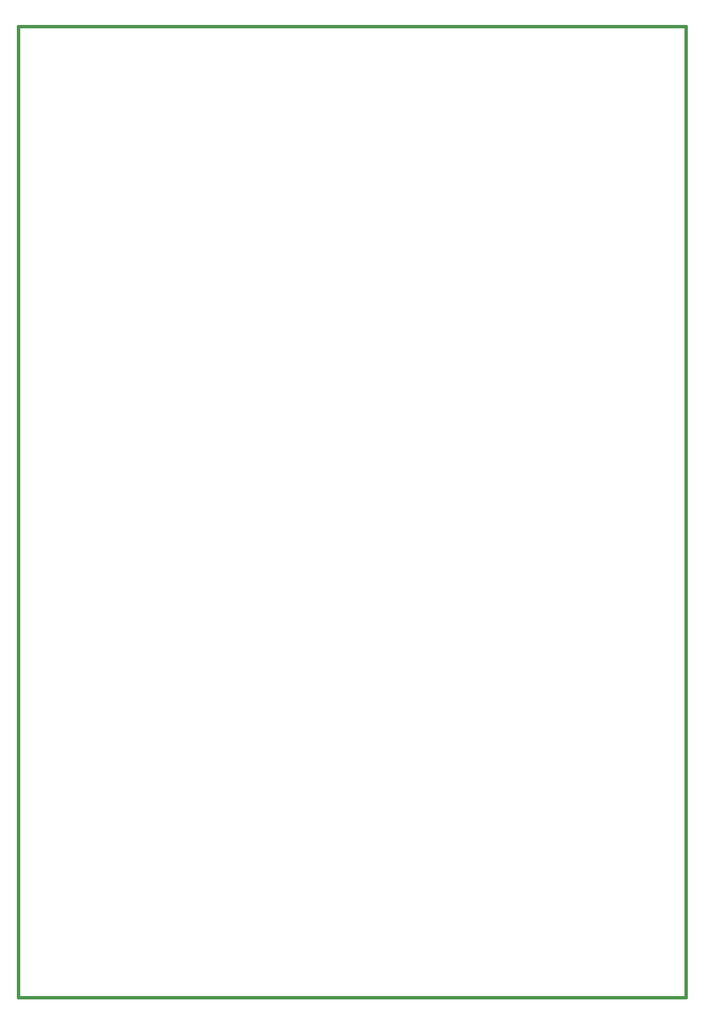
<source format=gbr>
G04 (created by PCBNEW (2013-07-07 BZR 4022)-stable) date 30/04/2014 4:00:45 PM*
%MOIN*%
G04 Gerber Fmt 3.4, Leading zero omitted, Abs format*
%FSLAX34Y34*%
G01*
G70*
G90*
G04 APERTURE LIST*
%ADD10C,0.00590551*%
%ADD11C,0.015*%
G04 APERTURE END LIST*
G54D10*
G54D11*
X39500Y-6000D02*
X6500Y-6000D01*
X39500Y-54000D02*
X39500Y-6000D01*
X6500Y-54000D02*
X39500Y-54000D01*
X6500Y-6000D02*
X6500Y-54000D01*
M02*

</source>
